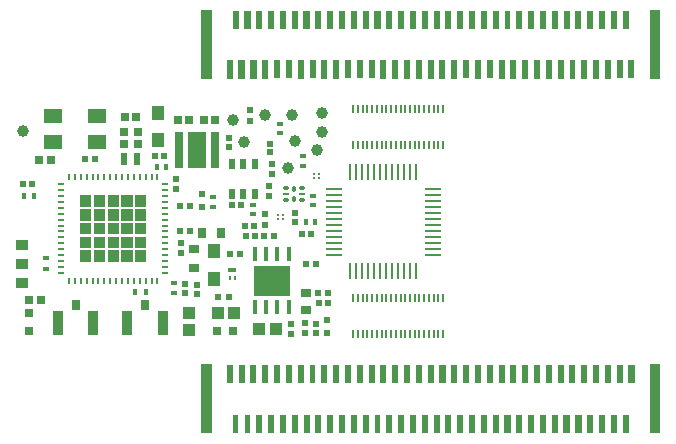
<source format=gtp>
G04*
G04 #@! TF.GenerationSoftware,Altium Limited,Altium Designer,24.6.1 (21)*
G04*
G04 Layer_Color=8421504*
%FSLAX44Y44*%
%MOMM*%
G71*
G04*
G04 #@! TF.SameCoordinates,E18C277C-CF0C-426E-95C7-D1DF2096CF1D*
G04*
G04*
G04 #@! TF.FilePolarity,Positive*
G04*
G01*
G75*
%ADD18R,0.8000X0.8500*%
%ADD19R,0.9000X2.0000*%
%ADD20R,0.1600X0.7000*%
%ADD21R,0.1600X0.7000*%
%ADD22C,1.0000*%
%ADD23R,0.5200X0.5600*%
%ADD24R,0.5000X0.4000*%
%ADD25R,0.6000X0.2400*%
%ADD26R,0.2400X0.6000*%
%ADD27R,0.4000X0.5000*%
%ADD28R,0.6725X0.7154*%
%ADD29R,0.7154X0.6725*%
%ADD30R,1.0000X1.1500*%
%ADD31R,0.7112X3.0988*%
%ADD32R,1.4986X3.0988*%
%ADD33R,0.5725X0.5682*%
%ADD34R,0.5121X0.5811*%
%ADD35R,0.2794X1.4620*%
%ADD36R,1.4620X0.2794*%
%ADD37C,0.2260*%
%ADD38R,0.5600X0.5200*%
%ADD39R,0.5725X0.5654*%
G04:AMPARAMS|DCode=40|XSize=0.55mm|YSize=0.8mm|CornerRadius=0.0495mm|HoleSize=0mm|Usage=FLASHONLY|Rotation=0.000|XOffset=0mm|YOffset=0mm|HoleType=Round|Shape=RoundedRectangle|*
%AMROUNDEDRECTD40*
21,1,0.5500,0.7010,0,0,0.0*
21,1,0.4510,0.8000,0,0,0.0*
1,1,0.0990,0.2255,-0.3505*
1,1,0.0990,-0.2255,-0.3505*
1,1,0.0990,-0.2255,0.3505*
1,1,0.0990,0.2255,0.3505*
%
%ADD40ROUNDEDRECTD40*%
%ADD41R,0.6000X0.4000*%
%ADD42R,0.5000X0.6000*%
%ADD43R,0.6153X0.5725*%
%ADD44R,0.4682X0.4725*%
%ADD45R,0.9000X0.6500*%
%ADD46R,0.4725X0.4682*%
%ADD47R,1.1051X1.0062*%
%ADD48R,0.6500X0.7000*%
%ADD49R,1.0062X1.1051*%
%ADD50R,0.4000X0.6000*%
%ADD51R,0.8000X0.7000*%
%ADD52R,0.6500X0.6500*%
%ADD53R,1.0000X0.9000*%
%ADD54R,1.6000X1.2500*%
%ADD55R,0.6000X0.5500*%
%ADD56R,0.7000X0.4000*%
%ADD57R,0.2500X0.4000*%
%ADD58R,0.5682X0.5725*%
%ADD59O,0.5800X0.3000*%
%ADD60O,0.3500X0.6300*%
%ADD61O,0.5800X0.2500*%
%ADD62R,0.5153X0.4725*%
%ADD63R,0.4500X1.2000*%
%ADD64R,3.1000X2.6000*%
%ADD65R,0.5500X0.6000*%
%ADD66R,0.5000X1.0000*%
%ADD67R,0.9000X0.7500*%
%ADD68R,0.5725X0.6153*%
%ADD69R,0.7500X0.9000*%
G36*
X67550Y163476D02*
X62493D01*
Y178750D01*
X67550D01*
Y163476D01*
D02*
G37*
G36*
X87550Y163475D02*
X82529D01*
Y178750D01*
X87550D01*
Y163475D01*
D02*
G37*
G36*
X97550Y163475D02*
X92547D01*
Y178750D01*
X97550D01*
Y163475D01*
D02*
G37*
G36*
X-42450Y163473D02*
X-47703D01*
Y178750D01*
X-42450D01*
Y163473D01*
D02*
G37*
G36*
X-22450Y163473D02*
X-27666D01*
Y178750D01*
X-22450D01*
Y163473D01*
D02*
G37*
G36*
X-62450D02*
X-67735D01*
Y178750D01*
X-62450D01*
Y163473D01*
D02*
G37*
G36*
X207550Y163473D02*
X202727D01*
Y178750D01*
X207550D01*
Y163473D01*
D02*
G37*
G36*
X57550Y163473D02*
X52471D01*
Y178750D01*
X57550D01*
Y163473D01*
D02*
G37*
G36*
X-2450Y163472D02*
X-7629D01*
Y178750D01*
X-2450D01*
Y163472D01*
D02*
G37*
G36*
X-102450Y163471D02*
X-107783D01*
Y178750D01*
X-102450D01*
Y163471D01*
D02*
G37*
G36*
X107550Y163469D02*
X102540D01*
Y178750D01*
X107550D01*
Y163469D01*
D02*
G37*
G36*
X137550Y163469D02*
X132581D01*
Y178750D01*
X137550D01*
Y163469D01*
D02*
G37*
G36*
X77550D02*
X72496D01*
Y178750D01*
X77550D01*
Y163469D01*
D02*
G37*
G36*
X127550Y163468D02*
X122558D01*
Y178750D01*
X127550D01*
Y163468D01*
D02*
G37*
G36*
X187550Y163466D02*
X182620D01*
Y178750D01*
X187550D01*
Y163466D01*
D02*
G37*
G36*
X-82450Y163466D02*
X-87702D01*
Y178750D01*
X-82450D01*
Y163466D01*
D02*
G37*
G36*
X147550Y163465D02*
X142563D01*
Y178750D01*
X147550D01*
Y163465D01*
D02*
G37*
G36*
X177550Y163465D02*
X172594D01*
Y178750D01*
X177550D01*
Y163465D01*
D02*
G37*
G36*
X197550Y163464D02*
X192607D01*
Y178750D01*
X197550D01*
Y163464D01*
D02*
G37*
G36*
X17550Y163463D02*
X12422D01*
Y178750D01*
X17550D01*
Y163463D01*
D02*
G37*
G36*
X-12450Y163462D02*
X-17603D01*
Y178750D01*
X-12450D01*
Y163462D01*
D02*
G37*
G36*
X47550Y163461D02*
X42452D01*
Y178750D01*
X47550D01*
Y163461D01*
D02*
G37*
G36*
X7550D02*
X2420D01*
Y178750D01*
X7550D01*
Y163461D01*
D02*
G37*
G36*
X27550Y163460D02*
X22436D01*
Y178750D01*
X27550D01*
Y163460D01*
D02*
G37*
G36*
X-72450D02*
X-77641D01*
Y178750D01*
X-72450D01*
Y163460D01*
D02*
G37*
G36*
X37550Y163460D02*
X32444D01*
Y178750D01*
X37550D01*
Y163460D01*
D02*
G37*
G36*
X-52450Y163459D02*
X-57612D01*
Y178750D01*
X-52450D01*
Y163459D01*
D02*
G37*
G36*
X-112450Y163457D02*
X-117630D01*
Y178750D01*
X-112450D01*
Y163457D01*
D02*
G37*
G36*
X117550Y163456D02*
X112484D01*
Y178750D01*
X117550D01*
Y163456D01*
D02*
G37*
G36*
X157550Y163453D02*
X152476D01*
Y178750D01*
X157550D01*
Y163453D01*
D02*
G37*
G36*
X167550Y163453D02*
X162476D01*
Y178750D01*
X167550D01*
Y163453D01*
D02*
G37*
G36*
X-32450Y163451D02*
X-37557D01*
Y178750D01*
X-32450D01*
Y163451D01*
D02*
G37*
G36*
X-92450Y163451D02*
X-97559D01*
Y178750D01*
X-92450D01*
Y163451D01*
D02*
G37*
G36*
X-122450Y163451D02*
X-127560D01*
Y178750D01*
X-122450D01*
Y163451D01*
D02*
G37*
G36*
X-87450Y121249D02*
X-92555D01*
Y136550D01*
X-87450D01*
Y121249D01*
D02*
G37*
G36*
X-27450Y121248D02*
X-32554D01*
Y136550D01*
X-27450D01*
Y121248D01*
D02*
G37*
G36*
X72550Y121248D02*
X67452D01*
Y136550D01*
X72550D01*
Y121248D01*
D02*
G37*
G36*
X212550Y121246D02*
X207476D01*
Y136550D01*
X212550D01*
Y121246D01*
D02*
G37*
G36*
X-57450Y121245D02*
X-62566D01*
Y136550D01*
X-57450D01*
Y121245D01*
D02*
G37*
G36*
X-17450Y121243D02*
X-22564D01*
Y136550D01*
X-17450D01*
Y121243D01*
D02*
G37*
G36*
X92550Y121243D02*
X87462D01*
Y136550D01*
X92550D01*
Y121243D01*
D02*
G37*
G36*
X-77450Y121242D02*
X-82585D01*
Y136550D01*
X-77450D01*
Y121242D01*
D02*
G37*
G36*
X-7450Y121240D02*
X-12568D01*
Y136550D01*
X-7450D01*
Y121240D01*
D02*
G37*
G36*
X202550Y121239D02*
X197509D01*
Y136550D01*
X202550D01*
Y121239D01*
D02*
G37*
G36*
X152550Y121236D02*
X147503D01*
Y136550D01*
X152550D01*
Y121236D01*
D02*
G37*
G36*
X62550D02*
X57459D01*
Y136550D01*
X62550D01*
Y121236D01*
D02*
G37*
G36*
X-107450Y121235D02*
X-112632D01*
Y136550D01*
X-107450D01*
Y121235D01*
D02*
G37*
G36*
X132550Y121234D02*
X127498D01*
Y136550D01*
X132550D01*
Y121234D01*
D02*
G37*
G36*
X2550Y121233D02*
X-2575D01*
Y136550D01*
X2550D01*
Y121233D01*
D02*
G37*
G36*
X-127450Y121233D02*
X-132654D01*
Y136550D01*
X-127450D01*
Y121233D01*
D02*
G37*
G36*
X-97450Y121232D02*
X-102641D01*
Y136550D01*
X-97450D01*
Y121232D01*
D02*
G37*
G36*
X32550Y121231D02*
X27442D01*
Y136550D01*
X32550D01*
Y121231D01*
D02*
G37*
G36*
X122550Y121228D02*
X117510D01*
Y136550D01*
X122550D01*
Y121228D01*
D02*
G37*
G36*
X182550Y121222D02*
X177583D01*
Y136550D01*
X182550D01*
Y121222D01*
D02*
G37*
G36*
X172550Y121220D02*
X167584D01*
Y136550D01*
X172550D01*
Y121220D01*
D02*
G37*
G36*
X22550Y121219D02*
X17425D01*
Y136550D01*
X22550D01*
Y121219D01*
D02*
G37*
G36*
X-117450Y121216D02*
X-122743D01*
Y136550D01*
X-117450D01*
Y121216D01*
D02*
G37*
G36*
X102550Y121209D02*
X97531D01*
Y136550D01*
X102550D01*
Y121209D01*
D02*
G37*
G36*
X42550Y121208D02*
X37446D01*
Y136550D01*
X42550D01*
Y121208D01*
D02*
G37*
G36*
X192550Y121205D02*
X187681D01*
Y136550D01*
X192550D01*
Y121205D01*
D02*
G37*
G36*
X12550Y121204D02*
X7398D01*
Y136550D01*
X12550D01*
Y121204D01*
D02*
G37*
G36*
X162550Y121202D02*
X157646D01*
Y136550D01*
X162550D01*
Y121202D01*
D02*
G37*
G36*
X-47450Y121201D02*
X-52709D01*
Y136550D01*
X-47450D01*
Y121201D01*
D02*
G37*
G36*
X-67450Y121199D02*
X-72749D01*
Y136550D01*
X-67450D01*
Y121199D01*
D02*
G37*
G36*
X82550Y121196D02*
X77520D01*
Y136550D01*
X82550D01*
Y121196D01*
D02*
G37*
G36*
X52550Y121196D02*
X47464D01*
Y136550D01*
X52550D01*
Y121196D01*
D02*
G37*
G36*
X142550Y121196D02*
X137634D01*
Y136550D01*
X142550D01*
Y121196D01*
D02*
G37*
G36*
X112550Y121195D02*
X107578D01*
Y136550D01*
X112550D01*
Y121195D01*
D02*
G37*
G36*
X-37450Y121193D02*
X-42713D01*
Y136550D01*
X-37450D01*
Y121193D01*
D02*
G37*
G36*
X234200Y120750D02*
X225300D01*
Y179250D01*
X234200D01*
Y120750D01*
D02*
G37*
G36*
X-145300D02*
X-154200D01*
Y179250D01*
X-145300D01*
Y120750D01*
D02*
G37*
G36*
X-200800Y12600D02*
X-210400D01*
Y22200D01*
X-200800D01*
Y12600D01*
D02*
G37*
G36*
X-212400D02*
X-222000D01*
Y22200D01*
X-212400D01*
Y12600D01*
D02*
G37*
G36*
X-224000D02*
X-233600D01*
Y22200D01*
X-224000D01*
Y12600D01*
D02*
G37*
G36*
X-235600D02*
X-245200D01*
Y22200D01*
X-235600D01*
Y12600D01*
D02*
G37*
G36*
X-247200D02*
X-256800D01*
Y22200D01*
X-247200D01*
Y12600D01*
D02*
G37*
G36*
X-200800Y1000D02*
X-210400D01*
Y10600D01*
X-200800D01*
Y1000D01*
D02*
G37*
G36*
X-212400D02*
X-222000D01*
Y10600D01*
X-212400D01*
Y1000D01*
D02*
G37*
G36*
X-224000D02*
X-233600D01*
Y10600D01*
X-224000D01*
Y1000D01*
D02*
G37*
G36*
X-235600D02*
X-245200D01*
Y10600D01*
X-235600D01*
Y1000D01*
D02*
G37*
G36*
X-247200D02*
X-256800D01*
Y10600D01*
X-247200D01*
Y1000D01*
D02*
G37*
G36*
X-200800Y-10600D02*
X-210400D01*
Y-1000D01*
X-200800D01*
Y-10600D01*
D02*
G37*
G36*
X-212400D02*
X-222000D01*
Y-1000D01*
X-212400D01*
Y-10600D01*
D02*
G37*
G36*
X-224000D02*
X-233600D01*
Y-1000D01*
X-224000D01*
Y-10600D01*
D02*
G37*
G36*
X-235600D02*
X-245200D01*
Y-1000D01*
X-235600D01*
Y-10600D01*
D02*
G37*
G36*
X-247200D02*
X-256800D01*
Y-1000D01*
X-247200D01*
Y-10600D01*
D02*
G37*
G36*
X-200800Y-22200D02*
X-210400D01*
Y-12600D01*
X-200800D01*
Y-22200D01*
D02*
G37*
G36*
X-212400D02*
X-222000D01*
Y-12600D01*
X-212400D01*
Y-22200D01*
D02*
G37*
G36*
X-224000D02*
X-233600D01*
Y-12600D01*
X-224000D01*
Y-22200D01*
D02*
G37*
G36*
X-235600D02*
X-245200D01*
Y-12600D01*
X-235600D01*
Y-22200D01*
D02*
G37*
G36*
X-247200D02*
X-256800D01*
Y-12600D01*
X-247200D01*
Y-22200D01*
D02*
G37*
G36*
X-200800Y-33800D02*
X-210400D01*
Y-24200D01*
X-200800D01*
Y-33800D01*
D02*
G37*
G36*
X-212400D02*
X-222000D01*
Y-24200D01*
X-212400D01*
Y-33800D01*
D02*
G37*
G36*
X-224000D02*
X-233600D01*
Y-24200D01*
X-224000D01*
Y-33800D01*
D02*
G37*
G36*
X-235600D02*
X-245200D01*
Y-24200D01*
X-235600D01*
Y-33800D01*
D02*
G37*
G36*
X-247200D02*
X-256800D01*
Y-24200D01*
X-247200D01*
Y-33800D01*
D02*
G37*
G36*
X212654Y-136550D02*
X207450D01*
Y-121233D01*
X212654D01*
Y-136550D01*
D02*
G37*
G36*
X202743D02*
X197450D01*
Y-121216D01*
X202743D01*
Y-136550D01*
D02*
G37*
G36*
X192632D02*
X187450D01*
Y-121235D01*
X192632D01*
Y-136550D01*
D02*
G37*
G36*
X182641D02*
X177450D01*
Y-121232D01*
X182641D01*
Y-136550D01*
D02*
G37*
G36*
X172555D02*
X167450D01*
Y-121249D01*
X172555D01*
Y-136550D01*
D02*
G37*
G36*
X162585D02*
X157450D01*
Y-121242D01*
X162585D01*
Y-136550D01*
D02*
G37*
G36*
X152749D02*
X147450D01*
Y-121199D01*
X152749D01*
Y-136550D01*
D02*
G37*
G36*
X142566D02*
X137450D01*
Y-121245D01*
X142566D01*
Y-136550D01*
D02*
G37*
G36*
X132709D02*
X127450D01*
Y-121201D01*
X132709D01*
Y-136550D01*
D02*
G37*
G36*
X122713D02*
X117450D01*
Y-121193D01*
X122713D01*
Y-136550D01*
D02*
G37*
G36*
X112554D02*
X107450D01*
Y-121248D01*
X112554D01*
Y-136550D01*
D02*
G37*
G36*
X102564D02*
X97450D01*
Y-121243D01*
X102564D01*
Y-136550D01*
D02*
G37*
G36*
X92568D02*
X87450D01*
Y-121240D01*
X92568D01*
Y-136550D01*
D02*
G37*
G36*
X82575D02*
X77450D01*
Y-121233D01*
X82575D01*
Y-136550D01*
D02*
G37*
G36*
X72603D02*
X67450D01*
Y-121204D01*
X72603D01*
Y-136550D01*
D02*
G37*
G36*
X62575D02*
X57450D01*
Y-121219D01*
X62575D01*
Y-136550D01*
D02*
G37*
G36*
X52558D02*
X47450D01*
Y-121231D01*
X52558D01*
Y-136550D01*
D02*
G37*
G36*
X42554D02*
X37450D01*
Y-121208D01*
X42554D01*
Y-136550D01*
D02*
G37*
G36*
X32536D02*
X27450D01*
Y-121196D01*
X32536D01*
Y-136550D01*
D02*
G37*
G36*
X22541D02*
X17450D01*
Y-121236D01*
X22541D01*
Y-136550D01*
D02*
G37*
G36*
X12548D02*
X7450D01*
Y-121248D01*
X12548D01*
Y-136550D01*
D02*
G37*
G36*
X2480D02*
X-2550D01*
Y-121196D01*
X2480D01*
Y-136550D01*
D02*
G37*
G36*
X-7462D02*
X-12550D01*
Y-121243D01*
X-7462D01*
Y-136550D01*
D02*
G37*
G36*
X-17531D02*
X-22550D01*
Y-121209D01*
X-17531D01*
Y-136550D01*
D02*
G37*
G36*
X-27578D02*
X-32550D01*
Y-121195D01*
X-27578D01*
Y-136550D01*
D02*
G37*
G36*
X-37510D02*
X-42550D01*
Y-121228D01*
X-37510D01*
Y-136550D01*
D02*
G37*
G36*
X-47498D02*
X-52550D01*
Y-121234D01*
X-47498D01*
Y-136550D01*
D02*
G37*
G36*
X-57634D02*
X-62550D01*
Y-121196D01*
X-57634D01*
Y-136550D01*
D02*
G37*
G36*
X-67503D02*
X-72550D01*
Y-121236D01*
X-67503D01*
Y-136550D01*
D02*
G37*
G36*
X-77646D02*
X-82550D01*
Y-121202D01*
X-77646D01*
Y-136550D01*
D02*
G37*
G36*
X-87584D02*
X-92550D01*
Y-121220D01*
X-87584D01*
Y-136550D01*
D02*
G37*
G36*
X-97583D02*
X-102550D01*
Y-121222D01*
X-97583D01*
Y-136550D01*
D02*
G37*
G36*
X-107681D02*
X-112550D01*
Y-121205D01*
X-107681D01*
Y-136550D01*
D02*
G37*
G36*
X-117509D02*
X-122550D01*
Y-121239D01*
X-117509D01*
Y-136550D01*
D02*
G37*
G36*
X-127476D02*
X-132550D01*
Y-121246D01*
X-127476D01*
Y-136550D01*
D02*
G37*
G36*
X207560Y-178750D02*
X202450D01*
Y-163451D01*
X207560D01*
Y-178750D01*
D02*
G37*
G36*
X197630D02*
X192450D01*
Y-163457D01*
X197630D01*
Y-178750D01*
D02*
G37*
G36*
X187783D02*
X182450D01*
Y-163471D01*
X187783D01*
Y-178750D01*
D02*
G37*
G36*
X177559D02*
X172450D01*
Y-163451D01*
X177559D01*
Y-178750D01*
D02*
G37*
G36*
X167702D02*
X162450D01*
Y-163466D01*
X167702D01*
Y-178750D01*
D02*
G37*
G36*
X157641D02*
X152450D01*
Y-163460D01*
X157641D01*
Y-178750D01*
D02*
G37*
G36*
X147735D02*
X142450D01*
Y-163473D01*
X147735D01*
Y-178750D01*
D02*
G37*
G36*
X137612D02*
X132450D01*
Y-163459D01*
X137612D01*
Y-178750D01*
D02*
G37*
G36*
X127703D02*
X122450D01*
Y-163473D01*
X127703D01*
Y-178750D01*
D02*
G37*
G36*
X117557D02*
X112450D01*
Y-163451D01*
X117557D01*
Y-178750D01*
D02*
G37*
G36*
X107666D02*
X102450D01*
Y-163473D01*
X107666D01*
Y-178750D01*
D02*
G37*
G36*
X97603D02*
X92450D01*
Y-163462D01*
X97603D01*
Y-178750D01*
D02*
G37*
G36*
X87629D02*
X82450D01*
Y-163472D01*
X87629D01*
Y-178750D01*
D02*
G37*
G36*
X77580D02*
X72450D01*
Y-163461D01*
X77580D01*
Y-178750D01*
D02*
G37*
G36*
X67578D02*
X62450D01*
Y-163463D01*
X67578D01*
Y-178750D01*
D02*
G37*
G36*
X57564D02*
X52450D01*
Y-163460D01*
X57564D01*
Y-178750D01*
D02*
G37*
G36*
X47556D02*
X42450D01*
Y-163460D01*
X47556D01*
Y-178750D01*
D02*
G37*
G36*
X37548D02*
X32450D01*
Y-163461D01*
X37548D01*
Y-178750D01*
D02*
G37*
G36*
X27529D02*
X22450D01*
Y-163473D01*
X27529D01*
Y-178750D01*
D02*
G37*
G36*
X17507D02*
X12450D01*
Y-163476D01*
X17507D01*
Y-178750D01*
D02*
G37*
G36*
X7504D02*
X2450D01*
Y-163469D01*
X7504D01*
Y-178750D01*
D02*
G37*
G36*
X-2529D02*
X-7550D01*
Y-163475D01*
X-2529D01*
Y-178750D01*
D02*
G37*
G36*
X-12546D02*
X-17550D01*
Y-163475D01*
X-12546D01*
Y-178750D01*
D02*
G37*
G36*
X-22540D02*
X-27550D01*
Y-163469D01*
X-22540D01*
Y-178750D01*
D02*
G37*
G36*
X-32484D02*
X-37550D01*
Y-163456D01*
X-32484D01*
Y-178750D01*
D02*
G37*
G36*
X-42558D02*
X-47550D01*
Y-163468D01*
X-42558D01*
Y-178750D01*
D02*
G37*
G36*
X-52581D02*
X-57550D01*
Y-163469D01*
X-52581D01*
Y-178750D01*
D02*
G37*
G36*
X-62563D02*
X-67550D01*
Y-163465D01*
X-62563D01*
Y-178750D01*
D02*
G37*
G36*
X-72476D02*
X-77550D01*
Y-163453D01*
X-72476D01*
Y-178750D01*
D02*
G37*
G36*
X-82476D02*
X-87550D01*
Y-163453D01*
X-82476D01*
Y-178750D01*
D02*
G37*
G36*
X-92594D02*
X-97550D01*
Y-163465D01*
X-92594D01*
Y-178750D01*
D02*
G37*
G36*
X-102620D02*
X-107550D01*
Y-163466D01*
X-102620D01*
Y-178750D01*
D02*
G37*
G36*
X-112607D02*
X-117550D01*
Y-163464D01*
X-112607D01*
Y-178750D01*
D02*
G37*
G36*
X-122727D02*
X-127550D01*
Y-163473D01*
X-122727D01*
Y-178750D01*
D02*
G37*
G36*
X234200Y-179250D02*
X225300D01*
Y-120750D01*
X234200D01*
Y-179250D01*
D02*
G37*
G36*
X-145300D02*
X-154200D01*
Y-120750D01*
X-145300D01*
Y-179250D01*
D02*
G37*
D18*
X-260500Y-70750D02*
D03*
X-202000D02*
D03*
D19*
X-245500Y-86000D02*
D03*
X-275500D02*
D03*
X-187000D02*
D03*
X-217000D02*
D03*
D20*
X-25501Y-64600D02*
D03*
X-21500D02*
D03*
X-17500Y-64599D02*
D03*
X-13500D02*
D03*
X-9500D02*
D03*
X-5501Y-64600D02*
D03*
X-1500D02*
D03*
X2500D02*
D03*
X10500Y-64599D02*
D03*
X14500D02*
D03*
X22499Y-64600D02*
D03*
X26500D02*
D03*
X30499D02*
D03*
X34500Y-64599D02*
D03*
X38500D02*
D03*
X42500D02*
D03*
X46500Y-64600D02*
D03*
X50500D02*
D03*
X-25501Y-95400D02*
D03*
X-21500D02*
D03*
X-17500Y-95399D02*
D03*
X-13500D02*
D03*
X-9500D02*
D03*
X-5501Y-95400D02*
D03*
X-1500D02*
D03*
X2500D02*
D03*
X10500Y-95399D02*
D03*
X14500D02*
D03*
X22499Y-95400D02*
D03*
X26500D02*
D03*
X30499D02*
D03*
X34500Y-95399D02*
D03*
X38500D02*
D03*
X42500D02*
D03*
X46500Y-95400D02*
D03*
X50500D02*
D03*
X50501Y64600D02*
D03*
X46501D02*
D03*
X42500Y64599D02*
D03*
X38500D02*
D03*
X34500D02*
D03*
X30501Y64600D02*
D03*
X26501D02*
D03*
X22501D02*
D03*
X14500Y64599D02*
D03*
X10500D02*
D03*
X2501Y64600D02*
D03*
X-1499D02*
D03*
X-5499D02*
D03*
X-9500Y64599D02*
D03*
X-13500D02*
D03*
X-17500D02*
D03*
X-21499Y64600D02*
D03*
X-25499D02*
D03*
X50501Y95400D02*
D03*
X46501D02*
D03*
X42500Y95399D02*
D03*
X38500D02*
D03*
X34500D02*
D03*
X30501Y95400D02*
D03*
X26501D02*
D03*
X22501D02*
D03*
X14500Y95399D02*
D03*
X10500D02*
D03*
X2501Y95400D02*
D03*
X-1499D02*
D03*
X-5499D02*
D03*
X-9500Y95399D02*
D03*
X-13500D02*
D03*
X-17500D02*
D03*
X-21499Y95400D02*
D03*
X-25499D02*
D03*
D21*
X6500Y-64600D02*
D03*
X18500Y-64600D02*
D03*
X6500Y-95400D02*
D03*
X18500Y-95400D02*
D03*
X18500Y64600D02*
D03*
X6500Y64600D02*
D03*
X18500Y95400D02*
D03*
X6500Y95400D02*
D03*
D22*
X-52000Y92250D02*
D03*
Y76250D02*
D03*
X-81000Y45500D02*
D03*
X-56250Y60750D02*
D03*
X-74472Y68000D02*
D03*
X-305000Y77000D02*
D03*
X-77250Y90500D02*
D03*
X-118000Y67438D02*
D03*
X-100250Y90500D02*
D03*
X-127772Y86250D02*
D03*
D23*
X-131000Y70550D02*
D03*
Y62950D02*
D03*
X-74750Y-550D02*
D03*
Y7050D02*
D03*
X-66000Y-93900D02*
D03*
Y-86100D02*
D03*
X-158000Y-53450D02*
D03*
Y-61050D02*
D03*
X-56750Y-86350D02*
D03*
Y-94150D02*
D03*
X-168000Y-60050D02*
D03*
Y-52450D02*
D03*
D24*
X-68500Y47250D02*
D03*
Y55250D02*
D03*
X-87500Y83000D02*
D03*
Y75000D02*
D03*
X-59250Y14000D02*
D03*
Y22000D02*
D03*
X-110750Y6250D02*
D03*
Y14250D02*
D03*
X-177000Y-52000D02*
D03*
Y-60000D02*
D03*
D25*
X-184800Y31709D02*
D03*
Y26708D02*
D03*
Y21707D02*
D03*
Y16706D02*
D03*
Y11704D02*
D03*
Y6703D02*
D03*
Y1702D02*
D03*
Y-3299D02*
D03*
Y-8301D02*
D03*
Y-13302D02*
D03*
Y-18303D02*
D03*
Y-23304D02*
D03*
Y-28306D02*
D03*
Y-33307D02*
D03*
Y-38308D02*
D03*
Y-43309D02*
D03*
X-272800D02*
D03*
Y-38308D02*
D03*
Y-33307D02*
D03*
Y-28306D02*
D03*
Y-23304D02*
D03*
Y-18303D02*
D03*
Y-13302D02*
D03*
Y-8301D02*
D03*
Y-3299D02*
D03*
Y1702D02*
D03*
Y6703D02*
D03*
Y11704D02*
D03*
Y16706D02*
D03*
Y21707D02*
D03*
Y26708D02*
D03*
Y31709D02*
D03*
D26*
X-191300Y-49800D02*
D03*
X-196300D02*
D03*
X-201300D02*
D03*
X-206300D02*
D03*
X-211300D02*
D03*
X-216300D02*
D03*
X-221300D02*
D03*
X-226300D02*
D03*
X-231300D02*
D03*
X-236300D02*
D03*
X-241300D02*
D03*
X-246300D02*
D03*
X-251300D02*
D03*
X-256300D02*
D03*
X-261300D02*
D03*
X-266300D02*
D03*
Y38200D02*
D03*
X-261300D02*
D03*
X-256300D02*
D03*
X-251300D02*
D03*
X-246300D02*
D03*
X-241300D02*
D03*
X-236300D02*
D03*
X-231300D02*
D03*
X-226300D02*
D03*
X-221300D02*
D03*
X-216300D02*
D03*
X-211300D02*
D03*
X-206300D02*
D03*
X-201300D02*
D03*
X-196300D02*
D03*
X-191300D02*
D03*
D27*
X-296000Y21500D02*
D03*
X-304000D02*
D03*
X-57750Y-500D02*
D03*
X-65750D02*
D03*
X-192000Y46500D02*
D03*
X-184000D02*
D03*
D28*
X-207500Y65964D02*
D03*
Y75536D02*
D03*
X-219400Y66014D02*
D03*
Y75586D02*
D03*
D29*
X-209614Y88800D02*
D03*
X-219186D02*
D03*
X-281714Y52250D02*
D03*
X-291286D02*
D03*
X-164464Y86500D02*
D03*
X-174036D02*
D03*
X-142464Y86250D02*
D03*
X-152036D02*
D03*
D30*
X-190500Y68750D02*
D03*
Y92250D02*
D03*
X-143500Y-48500D02*
D03*
Y-25000D02*
D03*
D31*
X-173000Y61000D02*
D03*
X-143000D02*
D03*
D32*
X-158000D02*
D03*
D33*
X-113250Y94522D02*
D03*
Y85478D02*
D03*
X-94000Y49271D02*
D03*
Y40229D02*
D03*
X-100500Y6271D02*
D03*
Y-2772D02*
D03*
D34*
X-96000Y66155D02*
D03*
Y58845D02*
D03*
D35*
X27940Y42164D02*
D03*
X22860D02*
D03*
X17780D02*
D03*
X12700D02*
D03*
X7620D02*
D03*
X2540D02*
D03*
X-2540D02*
D03*
X-7620D02*
D03*
X-12700D02*
D03*
X-17780D02*
D03*
X-22860D02*
D03*
X-27940D02*
D03*
Y-42164D02*
D03*
X-22860D02*
D03*
X-17780D02*
D03*
X-12700D02*
D03*
X-7620D02*
D03*
X-2540D02*
D03*
X2540D02*
D03*
X7620D02*
D03*
X12700D02*
D03*
X17780D02*
D03*
X22860D02*
D03*
X27940D02*
D03*
D36*
X-42164Y27940D02*
D03*
Y22860D02*
D03*
Y17780D02*
D03*
Y12700D02*
D03*
Y7620D02*
D03*
Y2540D02*
D03*
Y-2540D02*
D03*
Y-7620D02*
D03*
Y-12700D02*
D03*
Y-17780D02*
D03*
Y-22860D02*
D03*
Y-27940D02*
D03*
X42164D02*
D03*
Y-22860D02*
D03*
Y-17780D02*
D03*
Y-12700D02*
D03*
Y-7620D02*
D03*
Y-2540D02*
D03*
Y2540D02*
D03*
Y7620D02*
D03*
Y12700D02*
D03*
Y17780D02*
D03*
Y22860D02*
D03*
Y27940D02*
D03*
D37*
X-58750Y40750D02*
D03*
X-54750D02*
D03*
X-58750Y36750D02*
D03*
X-54750D02*
D03*
X-85000Y6000D02*
D03*
Y2000D02*
D03*
X-89000Y6000D02*
D03*
Y2000D02*
D03*
D38*
X-68550Y-10000D02*
D03*
X-60950D02*
D03*
X-127800Y13750D02*
D03*
X-120200D02*
D03*
X-304800Y31750D02*
D03*
X-297200D02*
D03*
X-185450Y55500D02*
D03*
X-193050D02*
D03*
D39*
X-96500Y30536D02*
D03*
Y21464D02*
D03*
D40*
X-109000Y23500D02*
D03*
X-118500D02*
D03*
X-128000D02*
D03*
X-118500Y49000D02*
D03*
X-109000D02*
D03*
X-128000D02*
D03*
D41*
X-144500Y12250D02*
D03*
Y21250D02*
D03*
X-286000Y-40000D02*
D03*
Y-31000D02*
D03*
D42*
X-153750Y12500D02*
D03*
Y23500D02*
D03*
X-48000Y-94000D02*
D03*
Y-83000D02*
D03*
D43*
X-172036Y13250D02*
D03*
X-163464D02*
D03*
X-172286Y-8000D02*
D03*
X-163714D02*
D03*
D44*
X-109228Y-3500D02*
D03*
X-117271D02*
D03*
X-65272Y-36000D02*
D03*
X-57228D02*
D03*
X-55022Y-60250D02*
D03*
X-46979D02*
D03*
X-129522Y-27000D02*
D03*
X-121479D02*
D03*
X-116522Y-12000D02*
D03*
X-108478D02*
D03*
X-100772D02*
D03*
X-92729D02*
D03*
D45*
X-65250Y-60250D02*
D03*
Y-74750D02*
D03*
D46*
X-78250Y-95021D02*
D03*
Y-86979D02*
D03*
D47*
X-91244Y-91250D02*
D03*
X-105256D02*
D03*
X-140256Y-77000D02*
D03*
X-126244D02*
D03*
D48*
X-127750Y-92250D02*
D03*
X-141250D02*
D03*
D49*
X-165000Y-91506D02*
D03*
Y-77494D02*
D03*
D50*
X-201250Y-59500D02*
D03*
X-210250D02*
D03*
D51*
X-299750Y-92250D02*
D03*
Y-77250D02*
D03*
D52*
X-300000Y-66250D02*
D03*
X-290000D02*
D03*
D53*
X-306000Y-51500D02*
D03*
Y-35500D02*
D03*
Y-19500D02*
D03*
D54*
X-279500Y89500D02*
D03*
X-242500D02*
D03*
Y67500D02*
D03*
X-279500D02*
D03*
D55*
X-252500Y53250D02*
D03*
X-244000D02*
D03*
D56*
X-128000Y-41000D02*
D03*
D57*
X-125750Y-48000D02*
D03*
X-130250D02*
D03*
D58*
X-139771Y-64000D02*
D03*
X-130729D02*
D03*
D59*
X-69350Y18250D02*
D03*
X-82150D02*
D03*
X-69350Y28250D02*
D03*
X-82150D02*
D03*
D60*
X-75750Y18900D02*
D03*
Y27600D02*
D03*
D61*
X-69350Y23250D02*
D03*
X-82150D02*
D03*
D62*
X-47214Y-68750D02*
D03*
X-54786D02*
D03*
D63*
X-80250Y-27500D02*
D03*
X-89750D02*
D03*
X-99250D02*
D03*
X-108750D02*
D03*
Y-72500D02*
D03*
X-99250D02*
D03*
X-89750D02*
D03*
X-80250D02*
D03*
D64*
X-94500Y-50000D02*
D03*
D65*
X-175500Y36250D02*
D03*
Y27750D02*
D03*
D66*
X-219900Y52800D02*
D03*
X-208900D02*
D03*
D67*
X-160000Y-39000D02*
D03*
Y-23500D02*
D03*
D68*
X-171500Y-17964D02*
D03*
Y-26536D02*
D03*
D69*
X-153250Y-9500D02*
D03*
X-137750D02*
D03*
M02*

</source>
